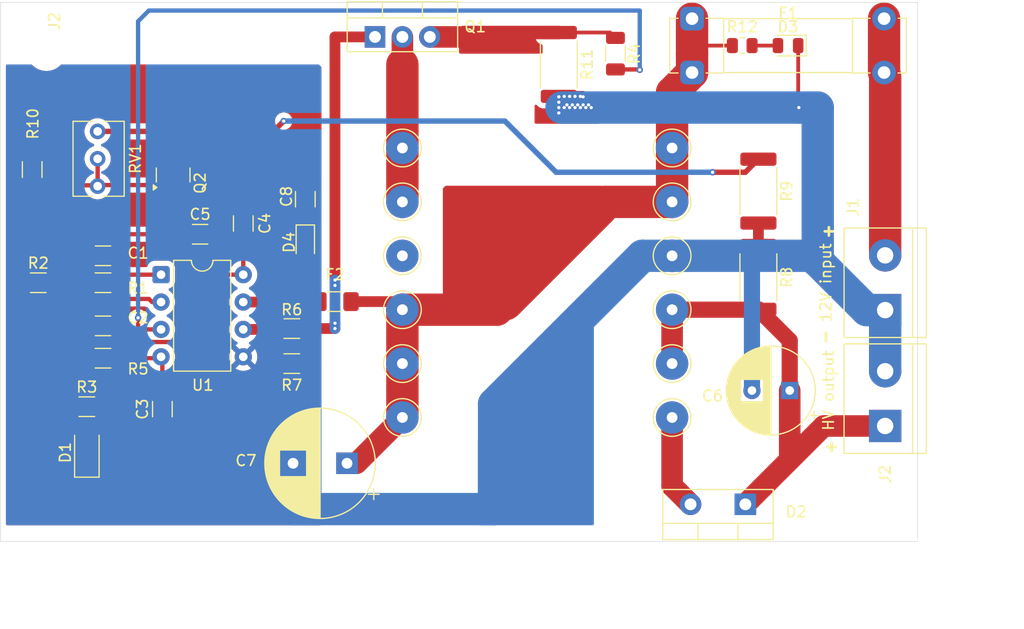
<source format=kicad_pcb>
(kicad_pcb (version 20241229) (generator "pcbnew") (generator_version "9.0")
  (title_block (title "DC-DC 12V > 200~450V") (date "2026-02-01") (rev "V1.3") (company "Z32IT"))
  (layers (0 "F.Cu" signal) (2 "B.Cu" signal) (13 "F.Paste" user) (15 "B.Paste" user) (5 "F.SilkS" user "F.Silkscreen") (7 "B.SilkS" user "B.Silkscreen") (1 "F.Mask" user) (3 "B.Mask" user) (25 "Edge.Cuts" user))
  (net 0 "")
  (net 1 "Net-(U1-FB)")
  (net 2 "Net-(U1-COMP)")
  (net 3 "Net-(U1-CS)")
  (net 4 "GND")
  (net 5 "Net-(U1-RC)")
  (net 6 "Net-(U1-VREF)")
  (net 7 "Net-(D1-A)")
  (net 8 "Net-(D2-K)")
  (net 9 "+12V")
  (net 10 "Net-(D2-A)")
  (net 11 "Net-(Q1-G)")
  (net 12 "Net-(Q1-D)")
  (net 13 "Net-(U1-OUT)")
  (net 14 "Net-(R8-Pad1)")
  (net 15 "Net-(R9-Pad1)")
  (net 16 "Net-(J1-Pin_2)")
  (net 17 "Net-(D3-A)")
  (net 18 "/D2-A")
  (net 19 "/Q1-D")
  (net 20 "/Q1-S")
  (net 21 "/VCC")
  (net 23 "Net-(R10-Pad1)")
  (footprint "Capacitor_THT:CP_Radial_D10.0mm_P5.00mm" (layer "F.Cu") (at 130.617677 100.5 180)
    (property "Reference" "C7" (at 9.367677 0.25 0) (layer "F.SilkS"))
    (property "Value" "1500u/16V" (hide yes))
    (pad "1" thru_hole rect (at 0 0 180) (size 2 2) (drill 1) (layers "*.Cu" "*.Mask") (net 9 "+12V"))
    (pad "2" thru_hole circle (at 5 0 180) (size 2 2) (drill 1) (layers "*.Cu" "*.Mask") (net 4 "GND"))
  )
  (footprint "Resistor_SMD:R_2512_6332Metric" (layer "F.Cu") (at 168.75 83.25 -90)
    (property "Reference" "R8" (at 0 -2.62 90) (layer "F.SilkS"))
    (property "Value" "240K/1W" (hide yes))
    (pad "1" smd roundrect (at -2.9625 0 270) (size 1.225 3.35) (layers "F.Cu" "F.Mask" "F.Paste") (roundrect_rratio 0.204082) (net 14 "Net-(R8-Pad1)"))
    (pad "2" smd roundrect (at 2.9625 0 270) (size 1.225 3.35) (layers "F.Cu" "F.Mask" "F.Paste") (roundrect_rratio 0.204082) (net 8 "Net-(D2-K)"))
  )
  (footprint "MountingHole:MountingHole_3.2mm_M3" (layer "F.Cu") (at 102.75 62.25)
    (property "Reference" "REF**" (hide yes))
    (property "Value" "M3")
    (pad "" np_thru_hole circle (at 0 0) (size 3.2 3.2) (drill 3.2) (layers "*.Cu" "*.Mask"))
  )
  (footprint "Package_TO_SOT_THT:TO-220-3_Vertical" (layer "F.Cu") (at 133.21 60.945)
    (property "Reference" "Q1" (at 9.29 -0.945 0) (layer "F.SilkS"))
    (property "Value" "IRF3205" (hide yes))
    (pad "1" thru_hole rect (at 0 0) (size 1.905 2) (drill 1.1) (layers "*.Cu" "*.Mask") (net 11 "Net-(Q1-G)"))
    (pad "2" thru_hole oval (at 2.54 0) (size 1.905 2) (drill 1.1) (layers "*.Cu" "*.Mask") (net 19 "/Q1-D"))
    (pad "3" thru_hole oval (at 5.08 0) (size 1.905 2) (drill 1.1) (layers "*.Cu" "*.Mask") (net 20 "/Q1-S"))
  )
  (footprint "Resistor_SMD:R_1206_3216Metric" (layer "F.Cu") (at 108 90.75)
    (property "Reference" "R5" (at 3.25 1 0) (layer "F.SilkS"))
    (property "Value" "5K1" (hide yes))
    (pad "1" smd roundrect (at -1.4625 0) (size 1.125 1.75) (layers "F.Cu" "F.Mask" "F.Paste") (roundrect_rratio 0.222222) (net 6 "Net-(U1-VREF)"))
    (pad "2" smd roundrect (at 1.4625 0) (size 1.125 1.75) (layers "F.Cu" "F.Mask" "F.Paste") (roundrect_rratio 0.222222) (net 5 "Net-(U1-RC)"))
  )
  (footprint "Fuse:Fuse_1206_3216Metric_Pad1.42x1.75mm_HandSolder" (layer "F.Cu") (at 129.5 85.5 180)
    (property "Reference" "F2" (at 0 2.5 0) (layer "F.SilkS"))
    (property "Value" "1.5A/13.2V" (hide yes))
    (pad "1" smd roundrect (at -1.4875 0 180) (size 1.425 1.75) (layers "F.Cu" "F.Mask" "F.Paste") (roundrect_rratio 0.175439) (net 9 "+12V"))
    (pad "2" smd roundrect (at 1.4875 0 180) (size 1.425 1.75) (layers "F.Cu" "F.Mask" "F.Paste") (roundrect_rratio 0.175439) (net 21 "/VCC"))
  )
  (footprint "TerminalBlock:TerminalBlock_bornier-2_P5.08mm" (layer "F.Cu") (at 180.5 97.04 90)
    (property "Reference" "J2" (at -4.46 0 90) (layer "F.SilkS"))
    (property "Value" "HV output" (at 3.29 -5.25 90) (layer "F.SilkS"))
    (pad "1" thru_hole rect (at 0 0 90) (size 3 3) (drill 1.52) (layers "*.Cu" "*.Mask") (net 8 "Net-(D2-K)"))
    (pad "2" thru_hole circle (at 5.08 0 90) (size 3 3) (drill 1.52) (layers "*.Cu" "*.Mask") (net 4 "GND"))
  )
  (footprint "Resistor_SMD:R_1206_3216Metric" (layer "F.Cu") (at 101.432936 73.25 90)
    (property "Reference" "R10" (at 4.25 0.067064 90) (layer "F.SilkS"))
    (property "Value" "3K" (hide yes))
    (pad "1" smd roundrect (at -1.4625 0 90) (size 1.125 1.75) (layers "F.Cu" "F.Mask" "F.Paste") (roundrect_rratio 0.222222) (net 23 "Net-(R10-Pad1)"))
    (pad "2" smd roundrect (at 1.4625 0 90) (size 1.125 1.75) (layers "F.Cu" "F.Mask" "F.Paste") (roundrect_rratio 0.222222) (net 4 "GND"))
  )
  (footprint "Resistor_SMD:R_1206_3216Metric" (layer "F.Cu") (at 125.5 91.25)
    (property "Reference" "R7" (at 0 2 0) (layer "F.SilkS"))
    (property "Value" "5K1" (hide yes))
    (pad "1" smd roundrect (at -1.4625 0) (size 1.125 1.75) (layers "F.Cu" "F.Mask" "F.Paste") (roundrect_rratio 0.222222) (net 13 "Net-(U1-OUT)"))
    (pad "2" smd roundrect (at 1.4625 0) (size 1.125 1.75) (layers "F.Cu" "F.Mask" "F.Paste") (roundrect_rratio 0.222222) (net 4 "GND"))
  )
  (footprint "TestPoint:TestPoint_THTPad_D3.0mm_Drill1.5mm" (layer "F.Cu") (at 160.75 96.25)
    (property "Reference" "PAD12" (hide yes))
    (property "Value" "Q1-D" (hide yes))
    (pad "12" thru_hole circle (at 0 0) (size 3 3) (drill 1) (layers "*.Cu" "*.Mask") (net 10 "Net-(D2-A)"))
  )
  (footprint "Package_DIP:DIP-8_W7.62mm" (layer "F.Cu") (at 113.38 83)
    (property "Reference" "U1" (at 3.87 10.25 0) (layer "F.SilkS"))
    (property "Value" "UC3843BN_DIP8" (hide yes))
    (pad "1" thru_hole roundrect (at 0 0) (size 1.6 1.6) (drill 0.8) (layers "*.Cu" "*.Mask") (roundrect_rratio 0.15625) (net 2 "Net-(U1-COMP)"))
    (pad "2" thru_hole circle (at 0 2.54) (size 1.6 1.6) (drill 0.8) (layers "*.Cu" "*.Mask") (net 1 "Net-(U1-FB)"))
    (pad "3" thru_hole circle (at 0 5.08) (size 1.6 1.6) (drill 0.8) (layers "*.Cu" "*.Mask") (net 3 "Net-(U1-CS)"))
    (pad "4" thru_hole circle (at 0 7.62) (size 1.6 1.6) (drill 0.8) (layers "*.Cu" "*.Mask") (net 5 "Net-(U1-RC)"))
    (pad "5" thru_hole circle (at 7.62 7.62) (size 1.6 1.6) (drill 0.8) (layers "*.Cu" "*.Mask") (net 4 "GND"))
    (pad "6" thru_hole circle (at 7.62 5.08) (size 1.6 1.6) (drill 0.8) (layers "*.Cu" "*.Mask") (net 13 "Net-(U1-OUT)"))
    (pad "7" thru_hole circle (at 7.62 2.54) (size 1.6 1.6) (drill 0.8) (layers "*.Cu" "*.Mask") (net 21 "/VCC"))
    (pad "8" thru_hole circle (at 7.62 0) (size 1.6 1.6) (drill 0.8) (layers "*.Cu" "*.Mask") (net 6 "Net-(U1-VREF)"))
  )
  (footprint "Capacitor_SMD:C_1206_3216Metric" (layer "F.Cu") (at 108 81.25 180)
    (property "Reference" "C1" (at -3.25 0.25 0) (layer "F.SilkS"))
    (property "Value" "100n" (hide yes))
    (pad "1" smd roundrect (at -1.475 0 180) (size 1.15 1.8) (layers "F.Cu" "F.Mask" "F.Paste") (roundrect_rratio 0.217391) (net 2 "Net-(U1-COMP)"))
    (pad "2" smd roundrect (at 1.475 0 180) (size 1.15 1.8) (layers "F.Cu" "F.Mask" "F.Paste") (roundrect_rratio 0.217391) (net 1 "Net-(U1-FB)"))
  )
  (footprint "Resistor_SMD:R_1206_3216Metric" (layer "F.Cu") (at 108 83.75)
    (property "Reference" "R1" (at 3.25 0.5 0) (layer "F.SilkS"))
    (property "Value" "100K" (hide yes))
    (pad "1" smd roundrect (at -1.4625 0) (size 1.125 1.75) (layers "F.Cu" "F.Mask" "F.Paste") (roundrect_rratio 0.222222) (net 1 "Net-(U1-FB)"))
    (pad "2" smd roundrect (at 1.4625 0) (size 1.125 1.75) (layers "F.Cu" "F.Mask" "F.Paste") (roundrect_rratio 0.222222) (net 2 "Net-(U1-COMP)"))
  )
  (footprint "TestPoint:TestPoint_THTPad_D3.0mm_Drill1.5mm" (layer "F.Cu") (at 160.75 86.25)
    (property "Reference" "PAD10" (hide yes))
    (property "Value" "e" (hide yes))
    (pad "10" thru_hole circle (at 0 0) (size 3 3) (drill 1) (layers "*.Cu" "*.Mask") (net 8 "Net-(D2-K)"))
  )
  (footprint "Capacitor_SMD:C_1206_3216Metric" (layer "F.Cu") (at 108 87.75 180)
    (property "Reference" "C2" (at -3.25 0.75 0) (layer "F.SilkS"))
    (property "Value" "10n" (hide yes))
    (pad "1" smd roundrect (at -1.475 0 180) (size 1.15 1.8) (layers "F.Cu" "F.Mask" "F.Paste") (roundrect_rratio 0.217391) (net 3 "Net-(U1-CS)"))
    (pad "2" smd roundrect (at 1.475 0 180) (size 1.15 1.8) (layers "F.Cu" "F.Mask" "F.Paste") (roundrect_rratio 0.217391) (net 4 "GND"))
  )
  (footprint "Resistor_SMD:R_2512_6332Metric" (layer "F.Cu") (at 150.25 63.5 -90)
    (property "Reference" "R11" (at 0 -2.62 270) (layer "F.SilkS"))
    (property "Value" "0.015R/3W")
    (pad "1" smd roundrect (at -2.9625 0 270) (size 1.225 3.35) (layers "F.Cu" "F.Mask" "F.Paste") (roundrect_rratio 0.204082) (net 20 "/Q1-S"))
    (pad "2" smd roundrect (at 2.9625 0 270) (size 1.225 3.35) (layers "F.Cu" "F.Mask" "F.Paste") (roundrect_rratio 0.204082) (net 4 "GND"))
  )
  (footprint "TestPoint:TestPoint_THTPad_D3.0mm_Drill1.5mm" (layer "F.Cu") (at 135.75 91.25)
    (property "Reference" "PAD2" (hide yes))
    (property "Value" "e" (hide yes))
    (pad "2" thru_hole circle (at 0 0) (size 3 3) (drill 1) (layers "*.Cu" "*.Mask") (net 9 "+12V"))
  )
  (footprint "Package_TO_SOT_SMD:SOT-23" (layer "F.Cu") (at 114.5 73.75 90)
    (property "Reference" "Q2" (at -0.75 2.5 90) (layer "F.SilkS"))
    (property "Value" "S8050" (hide yes))
    (pad "1" smd roundrect (at -0.9375 -0.95 90) (size 1.475 0.6) (layers "F.Cu" "F.Mask" "F.Paste"))
    (pad "2" smd roundrect (at -0.9375 0.95 90) (size 1.475 0.6) (layers "F.Cu" "F.Mask" "F.Paste") (net 7 "Net-(D1-A)"))
    (pad "3" smd roundrect (at 0.9375 0 90) (size 1.475 0.6) (layers "F.Cu" "F.Mask" "F.Paste") (net 21 "/VCC"))
  )
  (footprint "TestPoint:TestPoint_THTPad_D3.0mm_Drill1.5mm" (layer "F.Cu") (at 160.75 81.25)
    (property "Reference" "PAD9" (hide yes))
    (property "Value" "" (hide yes))
    (pad "9" thru_hole circle (at 0 0) (size 3 3) (drill 1) (layers "*.Cu" "*.Mask"))
  )
  (footprint "Capacitor_SMD:C_1206_3216Metric" (layer "F.Cu") (at 121 78.25 90)
    (property "Reference" "C4" (at 0 2 90) (layer "F.SilkS"))
    (property "Value" "10n" (hide yes))
    (pad "1" smd roundrect (at -1.475 0 90) (size 1.15 1.8) (layers "F.Cu" "F.Mask" "F.Paste") (roundrect_rratio 0.217391) (net 6 "Net-(U1-VREF)"))
    (pad "2" smd roundrect (at 1.475 0 90) (size 1.15 1.8) (layers "F.Cu" "F.Mask" "F.Paste") (roundrect_rratio 0.217391) (net 4 "GND"))
  )
  (footprint "MountingHole:MountingHole_3.2mm_M3" (layer "F.Cu") (at 179.75 104.25)
    (property "Reference" "REF**" (hide yes))
    (property "Value" "M3")
    (pad "" np_thru_hole circle (at 0 0) (size 3.2 3.2) (drill 3.2) (layers "*.Cu" "*.Mask"))
  )
  (footprint "Resistor_SMD:R_0805_2012Metric" (layer "F.Cu") (at 167.25 61.75 180)
    (property "Reference" "R12" (at 0 1.75 0) (layer "F.SilkS"))
    (property "Value" "1K" (hide yes))
    (pad "1" smd roundrect (at -0.9125 0 180) (size 1.025 1.4) (layers "F.Cu" "F.Mask" "F.Paste") (roundrect_rratio 0.243902) (net 17 "Net-(D3-A)"))
    (pad "2" smd roundrect (at 0.9125 0 180) (size 1.025 1.4) (layers "F.Cu" "F.Mask" "F.Paste") (roundrect_rratio 0.243902) (net 9 "+12V"))
  )
  (footprint "Resistor_SMD:R_1206_3216Metric" (layer "F.Cu") (at 102 83.75)
    (property "Reference" "R2" (at 0 -1.82 0) (layer "F.SilkS"))
    (property "Value" "1K" (hide yes))
    (pad "1" smd roundrect (at -1.4625 0) (size 1.125 1.75) (layers "F.Cu" "F.Mask" "F.Paste") (roundrect_rratio 0.222222) (net 7 "Net-(D1-A)"))
    (pad "2" smd roundrect (at 1.4625 0) (size 1.125 1.75) (layers "F.Cu" "F.Mask" "F.Paste") (roundrect_rratio 0.222222) (net 1 "Net-(U1-FB)"))
  )
  (footprint "LED_SMD:LED_0805_2012Metric" (layer "F.Cu") (at 171.5 61.75 180)
    (property "Reference" "D3" (at 0 1.75 0) (layer "F.SilkS"))
    (property "Value" "Amber" (hide yes))
    (pad "1" smd roundrect (at -0.9375 0 180) (size 0.975 1.4) (layers "F.Cu" "F.Mask" "F.Paste") (net 4 "GND"))
    (pad "2" smd roundrect (at 0.9375 0 180) (size 0.975 1.4) (layers "F.Cu" "F.Mask" "F.Paste") (net 17 "Net-(D3-A)"))
  )
  (footprint "Capacitor_SMD:C_1206_3216Metric" (layer "F.Cu") (at 126.75 76 90)
    (property "Reference" "C8" (at 0.25 -1.75 90) (layer "F.SilkS"))
    (property "Value" "100n" (hide yes))
    (pad "1" smd roundrect (at -1.475 0 90) (size 1.15 1.8) (layers "F.Cu" "F.Mask" "F.Paste") (roundrect_rratio 0.217391) (net 21 "/VCC"))
    (pad "2" smd roundrect (at 1.475 0 90) (size 1.15 1.8) (layers "F.Cu" "F.Mask" "F.Paste") (roundrect_rratio 0.217391) (net 4 "GND"))
  )
  (footprint "TestPoint:TestPoint_THTPad_D3.0mm_Drill1.5mm" (layer "F.Cu") (at 135.75 96.25)
    (property "Reference" "PAD1" (hide yes))
    (property "Value" "+12V" (hide yes))
    (pad "1" thru_hole circle (at 0 0) (size 3 3) (drill 1) (layers "*.Cu" "*.Mask") (net 9 "+12V"))
  )
  (footprint "Resistor_SMD:R_2512_6332Metric" (layer "F.Cu") (at 168.75 75.25 -90)
    (property "Reference" "R9" (at 0 -2.62 90) (layer "F.SilkS"))
    (property "Value" "240K/1W" (hide yes))
    (pad "1" smd roundrect (at -2.9625 0 270) (size 1.225 3.35) (layers "F.Cu" "F.Mask" "F.Paste") (roundrect_rratio 0.204082) (net 15 "Net-(R9-Pad1)"))
    (pad "2" smd roundrect (at 2.9625 0 270) (size 1.225 3.35) (layers "F.Cu" "F.Mask" "F.Paste") (roundrect_rratio 0.204082) (net 14 "Net-(R8-Pad1)"))
  )
  (footprint "TerminalBlock:TerminalBlock_bornier-2_P5.08mm" (layer "F.Cu") (at 180.5 86.29 90)
    (property "Reference" "J1" (at 9.54 -3 90) (layer "F.SilkS"))
    (property "Value" "12V input" (at 2.54 -5.5 90) (layer "F.SilkS"))
    (pad "1" thru_hole rect (at 0 0 90) (size 3 3) (drill 1.52) (layers "*.Cu" "*.Mask") (net 4 "GND"))
    (pad "2" thru_hole circle (at 5.08 0 90) (size 3 3) (drill 1.52) (layers "*.Cu" "*.Mask") (net 16 "Net-(J1-Pin_2)"))
  )
  (footprint "TestPoint:TestPoint_THTPad_D3.0mm_Drill1.5mm" (layer "F.Cu") (at 160.75 76.25)
    (property "Reference" "PAD8" (hide yes))
    (property "Value" "e" (hide yes))
    (pad "8" thru_hole circle (at 0 0) (size 3 3) (drill 1) (layers "*.Cu" "*.Mask") (net 9 "+12V"))
  )
  (footprint "TestPoint:TestPoint_THTPad_D3.0mm_Drill1.5mm" (layer "F.Cu") (at 160.75 71.25)
    (property "Reference" "PAD7" (hide yes))
    (property "Value" "+12V" (hide yes))
    (pad "7" thru_hole circle (at 0 0) (size 3 3) (drill 1) (layers "*.Cu" "*.Mask") (net 9 "+12V"))
  )
  (footprint "TestPoint:TestPoint_THTPad_D3.0mm_Drill1.5mm" (layer "F.Cu") (at 135.75 76.25)
    (property "Reference" "PAD5" (hide yes))
    (property "Value" "e" (hide yes))
    (pad "5" thru_hole circle (at 0 0) (size 3 3) (drill 1) (layers "*.Cu" "*.Mask") (net 12 "Net-(Q1-D)"))
  )
  (footprint "TestPoint:TestPoint_THTPad_D3.0mm_Drill1.5mm" (layer "F.Cu") (at 135.75 71.25)
    (property "Reference" "PAD6" (hide yes))
    (property "Value" "+12V" (hide yes))
    (pad "6" thru_hole circle (at 0 0) (size 3 3) (drill 1) (layers "*.Cu" "*.Mask") (net 12 "Net-(Q1-D)"))
  )
  (footprint "Package_TO_SOT_THT:TO-220-2_Vertical" (layer "F.Cu") (at 167.54 104.305 180)
    (property "Reference" "D2" (at -4.71 -0.695 0) (layer "F.SilkS"))
    (property "Value" "MUR860" (hide yes))
    (pad "1" thru_hole rect (at 0 0 180) (size 2 2) (drill 1.1) (layers "*.Cu" "*.Mask") (net 8 "Net-(D2-K)"))
    (pad "2" thru_hole circle (at 5.08 0 180) (size 2 2) (drill 1.1) (layers "*.Cu" "*.Mask") (net 18 "/D2-A"))
  )
  (footprint "Resistor_SMD:R_1206_3216Metric" (layer "F.Cu") (at 125.5 88 180)
    (property "Reference" "R6" (at 0 1.75 0) (layer "F.SilkS"))
    (property "Value" "20R" (hide yes))
    (pad "1" smd roundrect (at -1.4625 0 180) (size 1.125 1.75) (layers "F.Cu" "F.Mask" "F.Paste") (roundrect_rratio 0.222222) (net 11 "Net-(Q1-G)"))
    (pad "2" smd roundrect (at 1.4625 0 180) (size 1.125 1.75) (layers "F.Cu" "F.Mask" "F.Paste") (roundrect_rratio 0.222222) (net 13 "Net-(U1-OUT)"))
  )
  (footprint "TestPoint:TestPoint_THTPad_D3.0mm_Drill1.5mm" (layer "F.Cu") (at 160.75 91.25)
    (property "Reference" "PAD11" (hide yes))
    (property "Value" "e" (hide yes))
    (pad "11" thru_hole circle (at 0 0) (size 3 3) (drill 1) (layers "*.Cu" "*.Mask") (net 8 "Net-(D2-K)"))
  )
  (footprint "Capacitor_THT:CP_Radial_D8.0mm_P3.50mm" (layer "F.Cu") (at 171.652651 93.75 180)
    (property "Reference" "C6" (at 7.152651 -0.5 0) (layer "F.SilkS"))
    (property "Value" "10u/450V" (hide yes))
    (pad "1" thru_hole rect (at 0 0 180) (size 1.6 1.6) (drill 0.8) (layers "*.Cu" "*.Mask") (net 8 "Net-(D2-K)"))
    (pad "2" thru_hole circle (at 3.5 0 180) (size 1.6 1.6) (drill 0.8) (layers "*.Cu" "*.Mask") (net 4 "GND"))
  )
  (footprint "Capacitor_SMD:C_1206_3216Metric" (layer "F.Cu") (at 113.5 95.475 90)
    (property "Reference" "C3" (at 0 -1.85 90) (layer "F.SilkS"))
    (property "Value" "3n3" (hide yes))
    (pad "1" smd roundrect (at -1.475 0 90) (size 1.15 1.8) (layers "F.Cu" "F.Mask" "F.Paste") (roundrect_rratio 0.217391) (net 4 "GND"))
    (pad "2" smd roundrect (at 1.475 0 90) (size 1.15 1.8) (layers "F.Cu" "F.Mask" "F.Paste") (roundrect_rratio 0.217391) (net 5 "Net-(U1-RC)"))
  )
  (footprint "Potentiometer_THT:Potentiometer_Bourns_3266Y_Vertical" (layer "F.Cu") (at 107.5 69.71 90)
    (property "Reference" "RV1" (at -2.525 3.5 90) (layer "F.SilkS"))
    (property "Value" "5K" (hide yes))
    (pad "1" thru_hole circle (at 0 0 90) (size 1.44 1.44) (drill 0.8) (layers "*.Cu" "*.Mask") (net 15 "Net-(R9-Pad1)"))
    (pad "2" thru_hole circle (at -2.54 0 90) (size 1.44 1.44) (drill 0.8) (layers "*.Cu" "*.Mask") (net 23 "Net-(R10-Pad1)"))
    (pad "3" thru_hole circle (at -5.08 0 90) (size 1.44 1.44) (drill 0.8) (layers "*.Cu" "*.Mask") (net 23 "Net-(R10-Pad1)"))
  )
  (footprint "Resistor_SMD:R_1206_3216Metric" (layer "F.Cu") (at 106.5 95.25)
    (property "Reference" "R3" (at 0 -1.82 0) (layer "F.SilkS"))
    (property "Value" "1K" (hide yes))
    (pad "1" smd roundrect (at -1.4625 0) (size 1.125 1.75) (layers "F.Cu" "F.Mask" "F.Paste") (roundrect_rratio 0.222222) (net 7 "Net-(D1-A)"))
    (pad "2" smd roundrect (at 1.4625 0) (size 1.125 1.75) (layers "F.Cu" "F.Mask" "F.Paste") (roundrect_rratio 0.222222) (net 4 "GND"))
  )
  (footprint "Diode_SMD:D_SOD-323" (layer "F.Cu") (at 126.75 80 -90)
    (property "Reference" "D4" (at 0 1.5 90) (layer "F.SilkS"))
    (property "Value" "PESD12VL1BA" (hide yes))
    (pad "1" smd roundrect (at -1.05 0 270) (size 0.6 0.45) (layers "F.Cu" "F.Mask" "F.Paste") (net 21 "/VCC"))
    (pad "2" smd roundrect (at 1.05 0 270) (size 0.6 0.45) (layers "F.Cu" "F.Mask" "F.Paste") (net 4 "GND"))
  )
  (footprint "Fuse:Fuseholder_Clip-5x20mm_Bel_FC-203-22_Lateral_P17.80x5.00mm_D1.17mm_Horizontal" (layer "F.Cu") (at 162.6 59.25)
    (property "Reference" "F1" (at 8.9 -0.5 0) (layer "F.SilkS"))
    (property "Value" "Fuse")
    (pad "1" thru_hole roundrect (at 0 0) (size 2.2 2.2) (drill 1.17) (layers "*.Cu" "*.Mask") (net 9 "+12V"))
    (pad "1" thru_hole roundrect (at 0 5) (size 2.2 2.2) (drill 1.17) (layers "*.Cu" "*.Mask") (net 9 "+12V"))
    (pad "2" thru_hole circle (at 17.8 0) (size 2.2 2.2) (drill 1.17) (layers "*.Cu" "*.Mask") (net 16 "Net-(J1-Pin_2)"))
    (pad "2" thru_hole circle (at 17.8 5) (size 2.2 2.2) (drill 1.17) (layers "*.Cu" "*.Mask") (net 16 "Net-(J1-Pin_2)"))
  )
  (footprint "TestPoint:TestPoint_THTPad_D3.0mm_Drill1.5mm" (layer "F.Cu") (at 135.75 81.25)
    (property "Reference" "PAD4" (hide yes))
    (property "Value" "" (hide yes))
    (pad "4" thru_hole circle (at 0 0) (size 3 3) (drill 1) (layers "*.Cu" "*.Mask"))
  )
  (footprint "LED_SMD:LED_1206_3216Metric" (layer "F.Cu") (at 106.5 99.5 90)
    (property "Reference" "D1" (at 0 -2 90) (layer "F.SilkS"))
    (property "Value" "Green")
    (pad "1" smd roundrect (at -1.4 0 90) (size 1.25 1.75) (layers "F.Cu" "F.Mask" "F.Paste") (roundrect_rratio 0.2) (net 4 "GND"))
    (pad "2" smd roundrect (at 1.4 0 90) (size 1.25 1.75) (layers "F.Cu" "F.Mask" "F.Paste") (roundrect_rratio 0.2) (net 7 "Net-(D1-A)"))
  )
  (footprint "Resistor_SMD:R_1206_3216Metric" (layer "F.Cu") (at 155.5 62.5 90)
    (property "Reference" "R4" (at 0 1.75 90) (layer "F.SilkS"))
    (property "Value" "150R" (hide yes))
    (pad "1" smd roundrect (at -1.4625 0 90) (size 1.125 1.75) (layers "F.Cu" "F.Mask" "F.Paste") (roundrect_rratio 0.222222) (net 3 "Net-(U1-CS)"))
    (pad "2" smd roundrect (at 1.4625 0 90) (size 1.125 1.75) (layers "F.Cu" "F.Mask" "F.Paste") (roundrect_rratio 0.222222) (net 20 "/Q1-S"))
  )
  (footprint "Capacitor_SMD:C_1206_3216Metric" (layer "F.Cu") (at 117 79.25)
    (property "Reference" "C5" (at 0 -1.85 0) (layer "F.SilkS"))
    (property "Value" "10n" (hide yes))
    (pad "1" smd roundrect (at -1.475 0) (size 1.15 1.8) (layers "F.Cu" "F.Mask" "F.Paste") (roundrect_rratio 0.217391) (net 7 "Net-(D1-A)"))
    (pad "2" smd roundrect (at 1.475 0) (size 1.15 1.8) (layers "F.Cu" "F.Mask" "F.Paste") (roundrect_rratio 0.217391) (net 6 "Net-(U1-VREF)"))
  )
  (footprint "TestPoint:TestPoint_THTPad_D3.0mm_Drill1.5mm" (layer "F.Cu") (at 135.75 86.25)
    (property "Reference" "PAD3" (hide yes))
    (property "Value" "e" (hide yes))
    (pad "3" thru_hole circle (at 0 0) (size 3 3) (drill 1) (layers "*.Cu" "*.Mask") (net 9 "+12V"))
  )
  (gr_line (start 183.5 57.75) (end 98.5 57.75) (stroke (width 0.05)) (layer "Edge.Cuts"))
  (gr_line (start 183.5 107.5) (end 183.5 57.75) (stroke (width 0.05)) (layer "Edge.Cuts"))
  (gr_line (start 98.5 57.75) (end 98.5 107.75) (stroke (width 0.05)) (layer "Edge.Cuts"))
  (gr_line (start 98.5 107.75) (end 183.5 107.75) (stroke (width 0.05)) (layer "Edge.Cuts"))
  (gr_text "-" (at 174.5 88 270) (layer "F.SilkS") (effects (font (size 1 1) (thickness 0.25) (bold yes)) (justify left bottom)))
  (gr_text "J2" (at 103.5 59.5 90) (layer "F.SilkS") (effects (font (size 1 1))))
  (gr_text "+" (at 174.5 79.5 0) (layer "F.SilkS") (effects (font (size 1 1) (thickness 0.25) (bold yes)) (justify left bottom)))
  (gr_text "+" (at 174.75 99.5 0) (layer "F.SilkS") (effects (font (size 1 1) (thickness 0.25) (bold yes)) (justify left bottom)))
  (segment (start 101.432936 74.7125) (end 107.4225 74.7125) (width 0.4) (layer "F.Cu") (net 0))
  (segment (start 107.6025 74.6875) (end 107.5 74.79) (width 0.2) (layer "F.Cu") (net 0))
  (segment (start 113.55 74.6875) (end 107.6025 74.6875) (width 0.4) (layer "F.Cu") (net 0))
  (segment (start 107.4225 74.7125) (end 107.5 74.79) (width 0.2) (layer "F.Cu") (net 0))
  (segment (start 107.5 72.25) (end 107.5 74.79) (width 0.4) (layer "F.Cu") (net 0))
  (segment (start 112.54 85.54) (end 112.25 85.25) (width 0.4) (layer "F.Cu") (net 1))
  (segment (start 103.4625 83.75) (end 106.5125 83.75) (width 0.4) (layer "F.Cu") (net 1))
  (segment (start 113.38 85.54) (end 112.54 85.54) (width 0.2) (layer "F.Cu") (net 1))
  (segment (start 106.5125 83.75) (end 106.525 83.7375) (width 0.2) (layer "F.Cu") (net 1))
  (segment (start 108.0375 85.25) (end 106.5375 83.75) (width 0.4) (layer "F.Cu") (net 1))
  (segment (start 112.25 85.25) (end 108.0375 85.25) (width 0.4) (layer "F.Cu") (net 1))
  (segment (start 106.525 81.25) (end 106.525 83.7375) (width 0.4) (layer "F.Cu") (net 1))
  (segment (start 106.525 83.7375) (end 106.5375 83.75) (width 0.2) (layer "F.Cu") (net 1))
  (segment (start 109.475 81.25) (end 109.475 83.7375) (width 0.4) (layer "F.Cu") (net 2))
  (segment (start 113.38 83) (end 110.2125 83) (width 0.4) (layer "F.Cu") (net 2))
  (segment (start 110.2125 83) (end 109.4625 83.75) (width 0.4) (layer "F.Cu") (net 2))
  (segment (start 109.475 83.7375) (end 109.4625 83.75) (width 0.2) (layer "F.Cu") (net 2))
  (segment (start 157.75 64) (end 157.5 64) (width 0.2) (layer "F.Cu") (net 3))
  (segment (start 157.5 64) (end 157.4625 63.9625) (width 0.2) (layer "F.Cu") (net 3))
  (segment (start 111.25 88.08) (end 111.25 87) (width 0.4) (layer "F.Cu") (net 3))
  (segment (start 111.25 88.08) (end 109.555 88.08) (width 0.4) (layer "F.Cu") (net 3))
  (segment (start 109.555 88.08) (end 109.475 88) (width 0.2) (layer "F.Cu") (net 3))
  (segment (start 157.4625 63.9625) (end 155.5 63.9625) (width 0.4) (layer "F.Cu") (net 3))
  (segment (start 113.38 88.08) (end 111.25 88.08) (width 0.4) (layer "F.Cu") (net 3))
  (via (at 157.75 64) (size 0.6) (drill 0.3) (layers "F.Cu" "B.Cu") (net 3))
  (via (at 111.25 87) (size 0.6) (drill 0.3) (layers "F.Cu" "B.Cu") (net 3))
  (segment (start 112.25 58.5) (end 111.25 59.5) (width 0.4) (layer "B.Cu") (net 3))
  (segment (start 157.75 58.5) (end 112.25 58.5) (width 0.4) (layer "B.Cu") (net 3))
  (segment (start 157.75 64) (end 157.75 58.5) (width 0.4) (layer "B.Cu") (net 3))
  (segment (start 111.25 59.5) (end 111.25 87) (width 0.4) (layer "B.Cu") (net 3))
  (segment (start 150.25 67.25) (end 150.25 67.5) (width 1) (layer "F.Cu") (net 4))
  (segment (start 172.4375 61.75) (end 172.4375 67.4375) (width 0.35) (layer "F.Cu") (net 4))
  (segment (start 151.5 67.25) (end 151.75 67.25) (width 1) (layer "F.Cu") (net 4))
  (segment (start 150.25 67) (end 150.25 67.25) (width 1) (layer "F.Cu") (net 4))
  (segment (start 150.25 67.5) (end 150.25 68) (width 1) (layer "F.Cu") (net 4))
  (segment (start 150.25 66.4625) (end 150.25 66.5) (width 1) (layer "F.Cu") (net 4))
  (segment (start 151 67.25) (end 151.5 67.25) (width 1) (layer "F.Cu") (net 4))
  (segment (start 152.4625 66.4625) (end 152.5 66.5) (width 1) (layer "F.Cu") (net 4))
  (segment (start 150.25 66.5) (end 150.25 67) (width 1) (layer "F.Cu") (net 4))
  (segment (start 150.25 66.4625) (end 150.75 66.4625) (width 1) (layer "F.Cu") (net 4))
  (segment (start 151.75 66.4625) (end 152.25 66.4625) (width 1) (layer "F.Cu") (net 4))
  (segment (start 172.4375 67.4375) (end 172.5 67.5) (width 0.2) (layer "F.Cu") (net 4))
  (segment (start 101.5 71.720436) (end 101.432936 71.7875) (width 0.2) (layer "F.Cu") (net 4))
  (segment (start 152.25 66.4625) (end 152.4625 66.4625) (width 1) (layer "F.Cu") (net 4))
  (segment (start 151.25 66.4625) (end 151.75 66.4625) (width 1) (layer "F.Cu") (net 4))
  (segment (start 150.75 66.4625) (end 151.25 66.4625) (width 1) (layer "F.Cu") (net 4))
  (segment (start 150.25 67.25) (end 151 67.25) (width 1) (layer "F.Cu") (net 4))
  (via (at 152.5 66.5) (size 0.6) (drill 0.3) (layers "F.Cu" "B.Cu") (net 4))
  (via (at 153.25 67.5) (size 0.6) (drill 0.3) (layers "F.Cu" "B.Cu") (net 4))
  (via (at 150.25 68) (size 0.6) (drill 0.3) (layers "F.Cu" "B.Cu") (net 4))
  (via (at 151.75 66.4625) (size 0.6) (drill 0.3) (layers "F.Cu" "B.Cu") (net 4))
  (via (at 151.25 66.4625) (size 0.6) (drill 0.3) (layers "F.Cu" "B.Cu") (net 4))
  (via (at 152.25 66.4625) (size 0.6) (drill 0.3) (layers "F.Cu" "B.Cu") (net 4))
  (via (at 151 67.25) (size 0.6) (drill 0.3) (layers "F.Cu" "B.Cu") (net 4))
  (via (at 152 67.25) (size 0.6) (drill 0.3) (layers "F.Cu" "B.Cu") (net 4))
  (via (at 150.75 66.4625) (size 0.6) (drill 0.3) (layers "F.Cu" "B.Cu") (net 4))
  (via (at 151.75 67.5) (size 0.6) (drill 0.3) (layers "F.Cu" "B.Cu") (net 4))
  (via (at 151.5 67.25) (size 0.6) (drill 0.3) (layers "F.Cu" "B.Cu") (net 4))
  (via (at 150.25 66.5) (size 0.6) (drill 0.3) (layers "F.Cu" "B.Cu") (net 4))
  (via (at 153 67.25) (size 0.6) (drill 0.3) (layers "F.Cu" "B.Cu") (net 4))
  (via (at 150.25 67.5) (size 0.6) (drill 0.3) (layers "F.Cu" "B.Cu") (net 4))
  (via (at 172.5 67.5) (size 0.6) (drill 0.3) (layers "F.Cu" "B.Cu") (net 4))
  (via (at 152.5 67.25) (size 0.6) (drill 0.3) (layers "F.Cu" "B.Cu") (net 4))
  (via (at 151.25 67.5) (size 0.6) (drill 0.3) (layers "F.Cu" "B.Cu") (net 4))
  (via (at 152.25 67.5) (size 0.6) (drill 0.3) (layers "F.Cu" "B.Cu") (net 4))
  (via (at 152.75 67.5) (size 0.6) (drill 0.3) (layers "F.Cu" "B.Cu") (net 4))
  (via (at 150.75 67.5) (size 0.6) (drill 0.3) (layers "F.Cu" "B.Cu") (net 4))
  (via (at 150.25 67) (size 0.6) (drill 0.3) (layers "F.Cu" "B.Cu") (net 4))
  (segment (start 180.5 86.29) (end 180.5 91.96) (width 3) (layers "B.Cu" "B.Mask") (net 4))
  (segment (start 168.152651 93.75) (end 168.152651 81.347349) (width 1.5) (layer "B.Cu") (net 4))
  (segment (start 168.152651 81.347349) (end 168.25 81.25) (width 0.2) (layer "B.Cu") (net 4))
  (segment (start 151.75 67.5) (end 151.25 67.5) (width 3) (layers "B.Cu" "B.Mask") (net 4))
  (segment (start 125.75 104.75) (end 125.617677 104.617677) (width 2) (layer "B.Cu") (net 4))
  (segment (start 174.25 81.75) (end 173.75 81.25) (width 3) (layer "B.Cu") (net 4))
  (segment (start 172.5 67.5) (end 153.75 67.5) (width 3) (layers "B.Cu" "B.Mask") (net 4))
  (segment (start 180.5 86.29) (end 178.79 86.29) (width 3) (layer "B.Cu") (net 4))
  (segment (start 173.75 81.25) (end 168.25 81.25) (width 3) (layers "B.Cu" "B.Mask") (net 4))
  (segment (start 178.79 86.29) (end 174.25 81.75) (width 3) (layers "B.Cu" "B.Mask") (net 4))
  (segment (start 158 81.25) (end 144.25 95) (width 3) (layers "B.Cu" "B.Mask") (net 4))
  (segment (start 125.617677 104.617677) (end 125.617677 100.5) (width 3) (layer "B.Cu") (net 4))
  (segment (start 150.75 67.5) (end 150.5 67.5) (width 3) (layers "B.Cu" "B.Mask") (net 4))
  (segment (start 144.25 95) (end 144.25 104.75) (width 3) (layers "B.Cu" "B.Mask") (net 4))
  (segment (start 152.75 67.5) (end 152.25 67.5) (width 3) (layers "B.Cu" "B.Mask") (net 4))
  (segment (start 153.75 67.5) (end 153.25 67.5) (width 3) (layers "B.Cu" "B.Mask") (net 4))
  (segment (start 174.25 67.5) (end 172.5 67.5) (width 3) (layers "B.Cu" "B.Mask") (net 4))
  (segment (start 153.25 67.5) (end 152.75 67.5) (width 3) (layers "B.Cu" "B.Mask") (net 4))
  (segment (start 152.25 67.5) (end 151.75 67.5) (width 3) (layers "B.Cu" "B.Mask") (net 4))
  (segment (start 174.25 67.5) (end 174.25 81.75) (width 3) (layers "B.Cu" "B.Mask") (net 4))
  (segment (start 151.25 67.5) (end 150.75 67.5) (width 3) (layers "B.Cu" "B.Mask") (net 4))
  (segment (start 144.25 104.75) (end 125.75 104.75) (width 3) (layers "B.Cu" "B.Mask") (net 4))
  (segment (start 168.25 81.25) (end 158 81.25) (width 3) (layers "B.Cu" "B.Mask") (net 4))
  (segment (start 113.5 90.74) (end 113.38 90.62) (width 0.2) (layer "F.Cu") (net 5))
  (segment (start 113.5 94) (end 113.5 90.74) (width 0.4) (layer "F.Cu") (net 5))
  (segment (start 109.4625 90.75) (end 113.25 90.75) (width 0.4) (layer "F.Cu") (net 5))
  (segment (start 113.25 90.75) (end 113.38 90.62) (width 0.2) (layer "F.Cu") (net 5))
  (segment (start 106.5375 90.75) (end 108.0375 89.25) (width 0.4) (layer "F.Cu") (net 6))
  (segment (start 121 83) (end 121 79.725) (width 0.4) (layer "F.Cu") (net 6))
  (segment (start 108.0375 89.25) (end 116.25 89.25) (width 0.4) (layer "F.Cu") (net 6))
  (segment (start 116.25 89.25) (end 116.25 84.25) (width 0.4) (layer "F.Cu") (net 6))
  (segment (start 116.25 84.25) (end 117.5 83) (width 0.4) (layer "F.Cu") (net 6))
  (segment (start 118.475 79.25) (end 120.525 79.25) (width 0.4) (layer "F.Cu") (net 6))
  (segment (start 120.525 79.25) (end 121 79.725) (width 0.2) (layer "F.Cu") (net 6))
  (segment (start 117.5 83) (end 121 83) (width 0.4) (layer "F.Cu") (net 6))
  (segment (start 105.0375 95.25) (end 105.0375 96.6375) (width 0.4) (layer "F.Cu") (net 7))
  (segment (start 100.5 93.25) (end 100.5375 93.2125) (width 0.2) (layer "F.Cu") (net 7))
  (segment (start 105.0375 96.6375) (end 106.5 98.1) (width 0.4) (layer "F.Cu") (net 7))
  (segment (start 100.5375 79.9625) (end 101.25 79.25) (width 0.4) (layer "F.Cu") (net 7))
  (segment (start 105.0375 95.25) (end 102.5 95.25) (width 0.4) (layer "F.Cu") (net 7))
  (segment (start 115.525 74.7625) (end 115.45 74.6875) (width 0.2) (layer "F.Cu") (net 7))
  (segment (start 102.5 95.25) (end 100.5 93.25) (width 0.4) (layer "F.Cu") (net 7))
  (segment (start 101.25 79.25) (end 115.525 79.25) (width 0.4) (layer "F.Cu") (net 7))
  (segment (start 115.525 79.25) (end 115.525 74.7625) (width 0.4) (layer "F.Cu") (net 7))
  (segment (start 105.1 95.3125) (end 105.0375 95.25) (width 0.2) (layer "F.Cu") (net 7))
  (segment (start 100.5 83.7875) (end 100.5375 83.75) (width 0.2) (layer "F.Cu") (net 7))
  (segment (start 100.5375 93.2125) (end 100.5375 83.75) (width 0.4) (layer "F.Cu") (net 7))
  (segment (start 100.3625 83.575) (end 100.5375 83.75) (width 0.2) (layer "F.Cu") (net 7))
  (segment (start 100.5375 83.75) (end 100.5375 79.9625) (width 0.4) (layer "F.Cu") (net 7))
  (segment (start 171.652651 89.115151) (end 171.652651 93.75) (width 1.5) (layer "F.Cu") (net 8))
  (segment (start 168.75 86.2125) (end 168.7875 86.25) (width 1.5) (layer "F.Cu") (net 8))
  (segment (start 171.652651 100.152651) (end 171.6725 100.1725) (width 0.2) (layer "F.Cu") (net 8))
  (segment (start 171.6725 100.1725) (end 167.54 104.305) (width 2) (layer "F.Cu") (net 8))
  (segment (start 174.805 97.04) (end 171.6725 100.1725) (width 2) (layer "F.Cu") (net 8))
  (segment (start 180.5 97.04) (end 174.805 97.04) (width 2) (layer "F.Cu") (net 8))
  (segment (start 168.7875 86.25) (end 171.652651 89.115151) (width 1.5) (layer "F.Cu") (net 8))
  (segment (start 171.652651 93.75) (end 171.652651 100.152651) (width 2) (layer "F.Cu") (net 8))
  (segment (start 160.75 91.25) (end 160.75 86.25) (width 2) (layer "F.Cu") (net 8))
  (segment (start 160.75 86.25) (end 168.7875 86.25) (width 1.5) (layer "F.Cu") (net 8))
  (segment (start 166.3375 61.75) (end 163.35 61.75) (width 0.35) (layer "F.Cu") (net 9))
  (segment (start 162.7625 62.6625) (end 162.6 62.5) (width 0.2) (layer "F.Cu") (net 9))
  (segment (start 130.617677 100.5) (end 131.5 100.5) (width 0.2) (layer "F.Cu") (net 9))
  (segment (start 135 85.5) (end 135.75 86.25) (width 0.2) (layer "F.Cu") (net 9))
  (segment (start 135.75 96.25) (end 135.75 91.25) (width 3) (layers "F.Cu" "F.Mask") (net 9))
  (segment (start 135.75 86.25) (end 144.5 86.25) (width 3) (layers "F.Cu" "F.Mask") (net 9))
  (segment (start 130.9875 85.5) (end 135 85.5) (width 1) (layer "F.Cu") (net 9))
  (segment (start 162.6 62.5) (end 162.6 59.25) (width 3) (layers "F.Cu" "F.Mask") (net 9))
  (segment (start 160.75 76.25) (end 160.75 71.25) (width 3) (layers "F.Cu" "F.Mask") (net 9))
  (segment (start 154.5 76.25) (end 160.75 76.25) (width 3) (layers "F.Cu" "F.Mask") (net 9))
  (segment (start 144.5 86.25) (end 145.25 85.5) (width 3) (layer "F.Cu") (net 9))
  (segment (start 145.25 85.5) (end 154 76.75) (width 3.5) (layers "F.Cu" "F.Mask") (net 9))
  (segment (start 131.5 100.5) (end 135.75 96.25) (width 2) (layer "F.Cu") (net 9))
  (segment (start 135.75 91.25) (end 135.75 86.25) (width 3) (layers "F.Cu" "F.Mask") (net 9))
  (segment (start 160.75 66.1) (end 162.6 64.25) (width 3) (layers "F.Cu" "F.Mask") (net 9))
  (segment (start 163.35 61.75) (end 162.6 62.5) (width 0.2) (layer "F.Cu") (net 9))
  (segment (start 154 76.75) (end 154.5 76.25) (width 3) (layer "F.Cu") (net 9))
  (segment (start 162.6 64.25) (end 162.6 62.5) (width 3) (layers "F.Cu" "F.Mask") (net 9))
  (segment (start 160.75 71.25) (end 160.75 66.1) (width 3) (layers "F.Cu" "F.Mask") (net 9))
  (segment (start 160.75 96.25) (end 160.75 102.595) (width 2) (layer "F.Cu") (net 10))
  (segment (start 160.75 102.595) (end 162.46 104.305) (width 2) (layer "F.Cu") (net 10))
  (segment (start 129.5 60.945) (end 129.5 83.5) (width 1) (layer "F.Cu") (net 11))
  (segment (start 129.5 60.945) (end 133.21 60.945) (width 1) (layer "F.Cu") (net 11))
  (segment (start 127.0375 88) (end 129.5 88) (width 1) (layer "F.Cu") (net 11))
  (segment (start 127 87.9625) (end 127.0375 88) (width 0.2) (layer "F.Cu") (net 11))
  (via (at 129.5 83.5) (size 0.6) (drill 0.3) (layers "F.Cu" "B.Cu") (net 11))
  (via (at 129.5 88) (size 0.6) (drill 0.3) (layers "F.Cu" "B.Cu") (net 11))
  (via (at 129.5 87.5) (size 0.6) (drill 0.3) (layers "F.Cu" "B.Cu") (net 11))
  (via (at 129.5 84) (size 0.6) (drill 0.3) (layers "F.Cu" "B.Cu") (net 11))
  (segment (start 129.5 83.5) (end 129.5 84) (width 1) (layer "B.Cu") (net 11))
  (segment (start 129.5 87.5) (end 129.5 88) (width 1) (layer "B.Cu") (net 11))
  (segment (start 129.5 84) (end 129.5 87.5) (width 1) (layer "B.Cu") (net 11))
  (segment (start 135.75 71.25) (end 135.75 76.25) (width 3) (layers "F.Cu" "F.Mask") (net 12))
  (segment (start 135.75 63.5) (end 135.75 71.25) (width 3) (layers "F.Cu" "F.Mask") (net 12))
  (segment (start 135.75 60.945) (end 135.75 63.5) (width 2) (layers "F.Cu" "F.Mask") (net 12))
  (segment (start 123.9575 88.08) (end 124.0375 88) (width 0.2) (layer "F.Cu") (net 13))
  (segment (start 124.0375 91.25) (end 124.0375 88) (width 1) (layer "F.Cu") (net 13))
  (segment (start 124.25 88.2125) (end 124.0375 88) (width 0.2) (layer "F.Cu") (net 13))
  (segment (start 121 88.08) (end 123.9575 88.08) (width 1) (layer "F.Cu") (net 13))
  (segment (start 168.75 80.2875) (end 168.75 78.2125) (width 1) (layer "F.Cu") (net 14))
  (segment (start 123.79 69.71) (end 124.75 68.75) (width 0.5) (layer "F.Cu") (net 15))
  (segment (start 167.5375 73.5) (end 168.75 72.2875) (width 0.5) (layer "F.Cu") (net 15))
  (segment (start 107.5 69.71) (end 123.79 69.71) (width 0.5) (layer "F.Cu") (net 15))
  (segment (start 164.5 73.5) (end 167.5375 73.5) (width 0.5) (layer "F.Cu") (net 15))
  (via (at 164.5 73.5) (size 0.6) (drill 0.3) (layers "F.Cu" "B.Cu") (net 15))
  (via (at 124.75 68.75) (size 0.6) (drill 0.3) (layers "F.Cu" "B.Cu") (net 15))
  (segment (start 150 73.5) (end 145.25 68.75) (width 0.5) (layer "B.Cu") (net 15))
  (segment (start 164.5 73.5) (end 150 73.5) (width 0.5) (layer "B.Cu") (net 15))
  (segment (start 145.25 68.75) (end 124.75 68.75) (width 0.5) (layer "B.Cu") (net 15))
  (segment (start 180.5 64.6) (end 180.15 64.25) (width 0.2) (layer "F.Cu") (net 16))
  (segment (start 180.4 64.25) (end 180.4 59.25) (width 3) (layers "F.Cu" "F.Mask") (net 16))
  (segment (start 180.5 81.21) (end 180.5 64.6) (width 3) (layers "F.Cu" "F.Mask") (net 16))
  (segment (start 168.1625 61.75) (end 170.5625 61.75) (width 0.35) (layer "F.Cu") (net 17))
  (segment (start 150.2075 60.945) (end 150.25 60.9875) (width 0.2) (layer "F.Cu") (net 20))
  (segment (start 138.29 60.945) (end 141 60.945) (width 2) (layer "F.Cu") (net 20))
  (segment (start 150.3 61.0375) (end 150.25 60.9875) (width 0.2) (layer "F.Cu") (net 20))
  (segment (start 150.25 60.5375) (end 155 60.5375) (width 0.35) (layer "F.Cu") (net 20))
  (segment (start 141.4075 60.5375) (end 141 60.945) (width 0.35) (layer "F.Cu") (net 20))
  (segment (start 150.25 60.5375) (end 141.4075 60.5375) (width 1.25) (layer "F.Cu") (net 20))
  (segment (start 155 60.5375) (end 155.5 61.0375) (width 0.35) (layer "F.Cu") (net 20))
  (segment (start 124.3125 72.8125) (end 124.525 73.025) (width 0.5) (layer "F.Cu") (net 21))
  (segment (start 126.75 77.475) (end 124.525 77.475) (width 1) (layer "F.Cu") (net 21))
  (segment (start 121 85.54) (end 124.25 85.54) (width 1) (layer "F.Cu") (net 21))
  (segment (start 124.25 85.54) (end 124.29 85.5) (width 0.5) (layer "F.Cu") (net 21))
  (segment (start 124.5 78.75) (end 124.5 81.5) (width 1) (layer "F.Cu") (net 21))
  (segment (start 124.5 77.5) (end 124.5 78.75) (width 1) (layer "F.Cu") (net 21))
  (segment (start 124.29 85.5) (end 128.0125 85.5) (width 1) (layer "F.Cu") (net 21))
  (segment (start 124.7 78.95) (end 124.5 78.75) (width 0.2) (layer "F.Cu") (net 21))
  (segment (start 124.5 81.5) (end 124.5 85.54) (width 1) (layer "F.Cu") (net 21))
  (segment (start 124.25 85.54) (end 124.5 85.54) (width 0.5) (layer "F.Cu") (net 21))
  (segment (start 124.525 81.475) (end 124.5 81.5) (width 0.2) (layer "F.Cu") (net 21))
  (segment (start 114.5 72.8125) (end 124.3125 72.8125) (width 0.5) (layer "F.Cu") (net 21))
  (segment (start 124.525 77.475) (end 124.5 77.5) (width 0.2) (layer "F.Cu") (net 21))
  (segment (start 124.525 73.025) (end 124.525 77.475) (width 1) (layer "F.Cu") (net 21))
  (segment (start 126.75 78.95) (end 124.7 78.95) (width 0.5) (layer "F.Cu") (net 21))
  (zone (net 4) (net_name "GND") (layer "F.Cu") (priority 2) (connect_pads (clearance 0)) (min_thickness 0.25) (fill yes (thermal_gap 0.5) (thermal_bridge_width 0.5))
    (polygon (pts (xy 148 66) (xy 148 69) (xy 154 69) (xy 154 66)))
  )
  (zone (net 20) (net_name "/Q1-S") (layer "F.Cu") (priority 1) (connect_pads (clearance 0)) (min_thickness 0.25) (fill yes (thermal_gap 0.5) (thermal_bridge_width 0.5))
    (polygon (pts (xy 141 60) (xy 148.75 60) (xy 148.75 62.5) (xy 141 62.5)))
  )
  (zone (net 9) (net_name "+12V") (layer "F.Cu") (priority 4) (connect_pads (clearance 0)) (min_thickness 0.25) (fill yes (thermal_gap 0.5) (thermal_bridge_width 0.5))
    (polygon (pts (xy 139.75 74.75) (xy 139.5 75) (xy 139.5 85) (xy 143.75 85) (xy 154.5 74.75)))
  )
  (zone (net 4) (net_name "GND") (layers "F.Cu" "B.Cu") (connect_pads (clearance 0.5)) (min_thickness 0.25) (fill yes (thermal_gap 0.5) (thermal_bridge_width 0.5))
    (polygon (pts (xy 128.25 106.25) (xy 128.25 63.75) (xy 128 63.5) (xy 98.75 63.5) (xy 98.75 106.25)))
  )
  (zone (net 4) (net_name "GND") (layer "B.Cu") (priority 3) (connect_pads (clearance 0)) (min_thickness 0.25) (fill yes (thermal_gap 0.5) (thermal_bridge_width 0.5))
    (polygon (pts (xy 153.5 87.25) (xy 153.5 106.25) (xy 142.75 106.25) (xy 142.75 98.30556)))
  )
)
</source>
